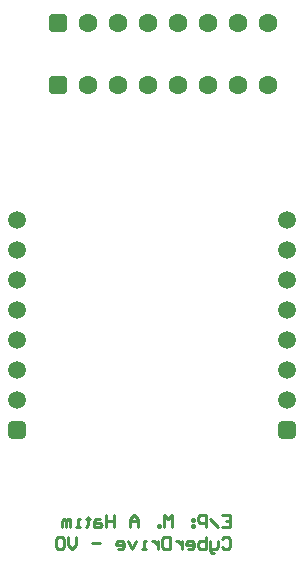
<source format=gbr>
%TF.GenerationSoftware,Altium Limited,Altium Designer,24.1.2 (44)*%
G04 Layer_Physical_Order=2*
G04 Layer_Color=16711680*
%FSLAX45Y45*%
%MOMM*%
%TF.SameCoordinates,ADAE1E34-4503-4B4E-A43C-A1B625E47364*%
%TF.FilePolarity,Positive*%
%TF.FileFunction,Copper,L2,Bot,Signal*%
%TF.Part,Single*%
G01*
G75*
%TA.AperFunction,ComponentPad*%
%ADD11C,1.60000*%
G04:AMPARAMS|DCode=12|XSize=1.6mm|YSize=1.6mm|CornerRadius=0.4mm|HoleSize=0mm|Usage=FLASHONLY|Rotation=0.000|XOffset=0mm|YOffset=0mm|HoleType=Round|Shape=RoundedRectangle|*
%AMROUNDEDRECTD12*
21,1,1.60000,0.80000,0,0,0.0*
21,1,0.80000,1.60000,0,0,0.0*
1,1,0.80000,0.40000,-0.40000*
1,1,0.80000,-0.40000,-0.40000*
1,1,0.80000,-0.40000,0.40000*
1,1,0.80000,0.40000,0.40000*
%
%ADD12ROUNDEDRECTD12*%
%ADD13C,1.52000*%
G04:AMPARAMS|DCode=14|XSize=1.52mm|YSize=1.52mm|CornerRadius=0.38mm|HoleSize=0mm|Usage=FLASHONLY|Rotation=90.000|XOffset=0mm|YOffset=0mm|HoleType=Round|Shape=RoundedRectangle|*
%AMROUNDEDRECTD14*
21,1,1.52000,0.76000,0,0,90.0*
21,1,0.76000,1.52000,0,0,90.0*
1,1,0.76000,0.38000,0.38000*
1,1,0.76000,0.38000,-0.38000*
1,1,0.76000,-0.38000,-0.38000*
1,1,0.76000,-0.38000,0.38000*
%
%ADD14ROUNDEDRECTD14*%
%TA.AperFunction,NonConductor*%
%ADD15C,0.25400*%
D11*
X2222500Y4546600D02*
D03*
X1714500D02*
D03*
X1206500D02*
D03*
X1460500D02*
D03*
X1968500D02*
D03*
X2476500D02*
D03*
X2730500D02*
D03*
X2222500Y4023360D02*
D03*
X1714500D02*
D03*
X1206500D02*
D03*
X1460500D02*
D03*
X1968500D02*
D03*
X2476500D02*
D03*
X2730500D02*
D03*
D12*
X952500Y4546600D02*
D03*
Y4023360D02*
D03*
D13*
X2895600Y2882900D02*
D03*
Y2628900D02*
D03*
Y1612900D02*
D03*
Y1358900D02*
D03*
Y1866900D02*
D03*
Y2120900D02*
D03*
Y2374900D02*
D03*
X609600Y2882900D02*
D03*
Y2628900D02*
D03*
Y1612900D02*
D03*
Y1358900D02*
D03*
Y1866900D02*
D03*
Y2120900D02*
D03*
Y2374900D02*
D03*
D14*
X2895600Y1104900D02*
D03*
X609600D02*
D03*
D15*
X2345289Y380967D02*
X2413000D01*
Y279400D01*
X2345289D01*
X2413000Y330183D02*
X2379144D01*
X2311433Y279400D02*
X2243721Y347111D01*
X2209866Y279400D02*
Y380967D01*
X2159082D01*
X2142154Y364039D01*
Y330183D01*
X2159082Y313256D01*
X2209866D01*
X2108298Y347111D02*
X2091370D01*
Y330183D01*
X2108298D01*
Y347111D01*
Y296328D02*
X2091370D01*
Y279400D01*
X2108298D01*
Y296328D01*
X1922092Y279400D02*
Y380967D01*
X1888236Y347111D01*
X1854380Y380967D01*
Y279400D01*
X1820524D02*
Y296328D01*
X1803597D01*
Y279400D01*
X1820524D01*
X1634318D02*
Y347111D01*
X1600462Y380967D01*
X1566606Y347111D01*
Y279400D01*
Y330183D01*
X1634318D01*
X1431183Y380967D02*
Y279400D01*
Y330183D01*
X1363472D01*
Y380967D01*
Y279400D01*
X1312688Y347111D02*
X1278833D01*
X1261905Y330183D01*
Y279400D01*
X1312688D01*
X1329616Y296328D01*
X1312688Y313256D01*
X1261905D01*
X1211121Y364039D02*
Y347111D01*
X1228049D01*
X1194193D01*
X1211121D01*
Y296328D01*
X1194193Y279400D01*
X1143409D02*
X1109554D01*
X1126482D01*
Y347111D01*
X1143409D01*
X1058770Y279400D02*
Y347111D01*
X1041842D01*
X1024914Y330183D01*
Y279400D01*
Y330183D01*
X1007987Y347111D01*
X991059Y330183D01*
Y279400D01*
X2345289Y181995D02*
X2362217Y198923D01*
X2396072D01*
X2413000Y181995D01*
Y114283D01*
X2396072Y97356D01*
X2362217D01*
X2345289Y114283D01*
X2311433Y165067D02*
Y114283D01*
X2294505Y97356D01*
X2243721D01*
Y80428D01*
X2260649Y63500D01*
X2277577D01*
X2243721Y97356D02*
Y165067D01*
X2209866Y198923D02*
Y97356D01*
X2159082D01*
X2142154Y114283D01*
Y131211D01*
Y148139D01*
X2159082Y165067D01*
X2209866D01*
X2057515Y97356D02*
X2091370D01*
X2108298Y114283D01*
Y148139D01*
X2091370Y165067D01*
X2057515D01*
X2040587Y148139D01*
Y131211D01*
X2108298D01*
X2006731Y165067D02*
Y97356D01*
Y131211D01*
X1989803Y148139D01*
X1972875Y165067D01*
X1955948D01*
X1905164Y198923D02*
Y97356D01*
X1854380D01*
X1837453Y114283D01*
Y181995D01*
X1854380Y198923D01*
X1905164D01*
X1803597Y165067D02*
Y97356D01*
Y131211D01*
X1786669Y148139D01*
X1769741Y165067D01*
X1752813D01*
X1702029Y97356D02*
X1668174D01*
X1685102D01*
Y165067D01*
X1702029D01*
X1617390D02*
X1583534Y97356D01*
X1549679Y165067D01*
X1465039Y97356D02*
X1498895D01*
X1515823Y114283D01*
Y148139D01*
X1498895Y165067D01*
X1465039D01*
X1448111Y148139D01*
Y131211D01*
X1515823D01*
X1312688Y148139D02*
X1244977D01*
X1109554Y198923D02*
Y131211D01*
X1075698Y97356D01*
X1041842Y131211D01*
Y198923D01*
X1007987Y181995D02*
X991059Y198923D01*
X957203D01*
X940275Y181995D01*
Y114283D01*
X957203Y97356D01*
X991059D01*
X1007987Y114283D01*
Y181995D01*
%TF.MD5,9db2d1431596d958ee2dbc03fa22f76a*%
M02*

</source>
